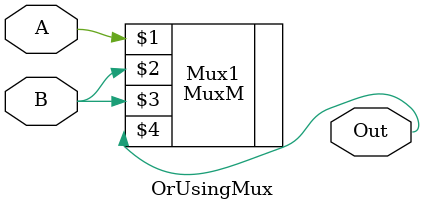
<source format=v>
`timescale 1ns / 1ps
module OrUsingMux(input A, B, output Out
    );
	parameter M1 = 1;
	defparam Mux1.M = M1;
	MuxM Mux1(A, B, B, Out);

endmodule

</source>
